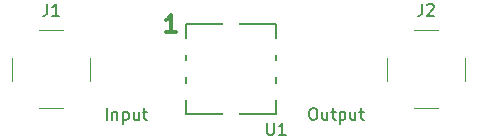
<source format=gbr>
%TF.GenerationSoftware,KiCad,Pcbnew,5.0.0*%
%TF.CreationDate,2018-08-21T18:31:41-04:00*%
%TF.ProjectId,140bpf,3134306270662E6B696361645F706362,rev?*%
%TF.SameCoordinates,Original*%
%TF.FileFunction,Legend,Top*%
%TF.FilePolarity,Positive*%
%FSLAX46Y46*%
G04 Gerber Fmt 4.6, Leading zero omitted, Abs format (unit mm)*
G04 Created by KiCad (PCBNEW 5.0.0) date Tue Aug 21 18:31:41 2018*
%MOMM*%
%LPD*%
G01*
G04 APERTURE LIST*
%ADD10C,0.300000*%
%ADD11C,0.120000*%
%ADD12C,0.150000*%
%ADD13C,2.400000*%
%ADD14C,2.600000*%
%ADD15R,2.180000X1.420000*%
%ADD16R,1.420000X2.180000*%
G04 APERTURE END LIST*
D10*
X105838571Y-60368571D02*
X104981428Y-60368571D01*
X105410000Y-60368571D02*
X105410000Y-58868571D01*
X105267142Y-59082857D01*
X105124285Y-59225714D01*
X104981428Y-59297142D01*
D11*
X91950000Y-62500000D02*
X91950000Y-64500000D01*
X98550000Y-62500000D02*
X98550000Y-64500000D01*
X94250000Y-66800000D02*
X96250000Y-66800000D01*
X94250000Y-60200000D02*
X96250000Y-60200000D01*
X126000000Y-60200000D02*
X128000000Y-60200000D01*
X126000000Y-66800000D02*
X128000000Y-66800000D01*
X130300000Y-62500000D02*
X130300000Y-64500000D01*
X123700000Y-62500000D02*
X123700000Y-64500000D01*
D12*
X114300000Y-59690000D02*
X106680000Y-59690000D01*
X106680000Y-59690000D02*
X106680000Y-67310000D01*
X106680000Y-67310000D02*
X114300000Y-67310000D01*
X114300000Y-67310000D02*
X114300000Y-59690000D01*
X94916666Y-57952380D02*
X94916666Y-58666666D01*
X94869047Y-58809523D01*
X94773809Y-58904761D01*
X94630952Y-58952380D01*
X94535714Y-58952380D01*
X95916666Y-58952380D02*
X95345238Y-58952380D01*
X95630952Y-58952380D02*
X95630952Y-57952380D01*
X95535714Y-58095238D01*
X95440476Y-58190476D01*
X95345238Y-58238095D01*
X99957142Y-67762380D02*
X99957142Y-66762380D01*
X100433333Y-67095714D02*
X100433333Y-67762380D01*
X100433333Y-67190952D02*
X100480952Y-67143333D01*
X100576190Y-67095714D01*
X100719047Y-67095714D01*
X100814285Y-67143333D01*
X100861904Y-67238571D01*
X100861904Y-67762380D01*
X101338095Y-67095714D02*
X101338095Y-68095714D01*
X101338095Y-67143333D02*
X101433333Y-67095714D01*
X101623809Y-67095714D01*
X101719047Y-67143333D01*
X101766666Y-67190952D01*
X101814285Y-67286190D01*
X101814285Y-67571904D01*
X101766666Y-67667142D01*
X101719047Y-67714761D01*
X101623809Y-67762380D01*
X101433333Y-67762380D01*
X101338095Y-67714761D01*
X102671428Y-67095714D02*
X102671428Y-67762380D01*
X102242857Y-67095714D02*
X102242857Y-67619523D01*
X102290476Y-67714761D01*
X102385714Y-67762380D01*
X102528571Y-67762380D01*
X102623809Y-67714761D01*
X102671428Y-67667142D01*
X103004761Y-67095714D02*
X103385714Y-67095714D01*
X103147619Y-66762380D02*
X103147619Y-67619523D01*
X103195238Y-67714761D01*
X103290476Y-67762380D01*
X103385714Y-67762380D01*
X126666666Y-57952380D02*
X126666666Y-58666666D01*
X126619047Y-58809523D01*
X126523809Y-58904761D01*
X126380952Y-58952380D01*
X126285714Y-58952380D01*
X127095238Y-58047619D02*
X127142857Y-58000000D01*
X127238095Y-57952380D01*
X127476190Y-57952380D01*
X127571428Y-58000000D01*
X127619047Y-58047619D01*
X127666666Y-58142857D01*
X127666666Y-58238095D01*
X127619047Y-58380952D01*
X127047619Y-58952380D01*
X127666666Y-58952380D01*
X117356190Y-66762380D02*
X117546666Y-66762380D01*
X117641904Y-66810000D01*
X117737142Y-66905238D01*
X117784761Y-67095714D01*
X117784761Y-67429047D01*
X117737142Y-67619523D01*
X117641904Y-67714761D01*
X117546666Y-67762380D01*
X117356190Y-67762380D01*
X117260952Y-67714761D01*
X117165714Y-67619523D01*
X117118095Y-67429047D01*
X117118095Y-67095714D01*
X117165714Y-66905238D01*
X117260952Y-66810000D01*
X117356190Y-66762380D01*
X118641904Y-67095714D02*
X118641904Y-67762380D01*
X118213333Y-67095714D02*
X118213333Y-67619523D01*
X118260952Y-67714761D01*
X118356190Y-67762380D01*
X118499047Y-67762380D01*
X118594285Y-67714761D01*
X118641904Y-67667142D01*
X118975238Y-67095714D02*
X119356190Y-67095714D01*
X119118095Y-66762380D02*
X119118095Y-67619523D01*
X119165714Y-67714761D01*
X119260952Y-67762380D01*
X119356190Y-67762380D01*
X119689523Y-67095714D02*
X119689523Y-68095714D01*
X119689523Y-67143333D02*
X119784761Y-67095714D01*
X119975238Y-67095714D01*
X120070476Y-67143333D01*
X120118095Y-67190952D01*
X120165714Y-67286190D01*
X120165714Y-67571904D01*
X120118095Y-67667142D01*
X120070476Y-67714761D01*
X119975238Y-67762380D01*
X119784761Y-67762380D01*
X119689523Y-67714761D01*
X121022857Y-67095714D02*
X121022857Y-67762380D01*
X120594285Y-67095714D02*
X120594285Y-67619523D01*
X120641904Y-67714761D01*
X120737142Y-67762380D01*
X120880000Y-67762380D01*
X120975238Y-67714761D01*
X121022857Y-67667142D01*
X121356190Y-67095714D02*
X121737142Y-67095714D01*
X121499047Y-66762380D02*
X121499047Y-67619523D01*
X121546666Y-67714761D01*
X121641904Y-67762380D01*
X121737142Y-67762380D01*
X113538095Y-68032380D02*
X113538095Y-68841904D01*
X113585714Y-68937142D01*
X113633333Y-68984761D01*
X113728571Y-69032380D01*
X113919047Y-69032380D01*
X114014285Y-68984761D01*
X114061904Y-68937142D01*
X114109523Y-68841904D01*
X114109523Y-68032380D01*
X115109523Y-69032380D02*
X114538095Y-69032380D01*
X114823809Y-69032380D02*
X114823809Y-68032380D01*
X114728571Y-68175238D01*
X114633333Y-68270476D01*
X114538095Y-68318095D01*
%LPC*%
D13*
X95250000Y-63500000D03*
D14*
X97790000Y-66040000D03*
X97790000Y-60960000D03*
X92710000Y-60960000D03*
X92710000Y-66040000D03*
X124460000Y-66040000D03*
X124460000Y-60960000D03*
X129540000Y-60960000D03*
X129540000Y-66040000D03*
D13*
X127000000Y-63500000D03*
D15*
X114555000Y-61590000D03*
X114555000Y-63500000D03*
X114555000Y-65410000D03*
D16*
X110490000Y-67565000D03*
D15*
X106425000Y-65410000D03*
X106425000Y-63500000D03*
X106425000Y-61590000D03*
D16*
X110490000Y-59435000D03*
M02*

</source>
